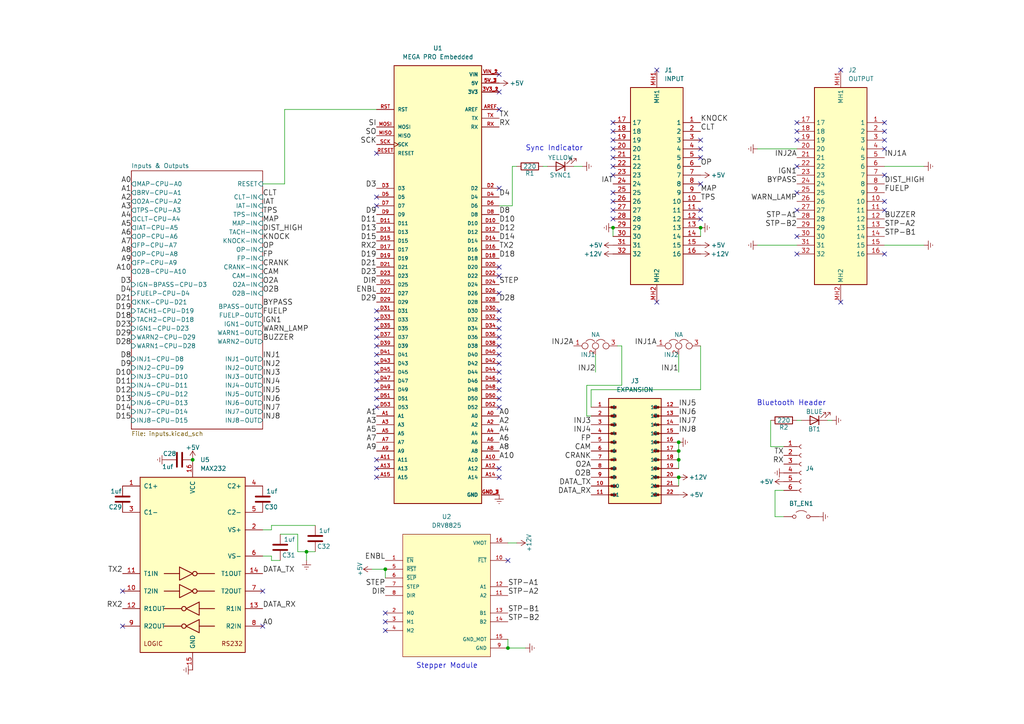
<source format=kicad_sch>
(kicad_sch (version 20231120) (generator "eeschema") (generator_version "8.0")
  (paper "A4")
  (title_block (title "diyMEFI") (date "2024-08-17") (rev "alpha") (company "@mattmon"))
  (lib_symbols
    (symbol "430452227:430452227" (pin_names (offset 1.016))
      (property "Reference" "J" (at -7.62 16.51 0))
      (property "Value" "430452227" (at -7.62 -17.78 0))
      (symbol "430452227_0_0"
        (pin passive line (at -12.7 12.7 0) (length 5.08) (name "1") (number "1"))
        (pin passive line (at -12.7 -10.16 0) (length 5.08) (name "10") (number "10"))
        (pin passive line (at -12.7 -12.7 0) (length 5.08) (name "11") (number "11"))
        (pin passive line (at 12.7 12.7 180) (length 5.08) (name "12") (number "12"))
        (pin passive line (at 12.7 10.16 180) (length 5.08) (name "13") (number "13"))
        (pin passive line (at 12.7 7.62 180) (length 5.08) (name "14") (number "14"))
        (pin passive line (at 12.7 5.08 180) (length 5.08) (name "15") (number "15"))
        (pin passive line (at 12.7 2.54 180) (length 5.08) (name "16") (number "16"))
        (pin passive line (at 12.7 0 180) (length 5.08) (name "17") (number "17"))
        (pin passive line (at 12.7 -2.54 180) (length 5.08) (name "18") (number "18"))
        (pin passive line (at 12.7 -5.08 180) (length 5.08) (name "19") (number "19"))
        (pin passive line (at -12.7 10.16 0) (length 5.08) (name "2") (number "2"))
        (pin passive line (at 12.7 -7.62 180) (length 5.08) (name "20") (number "20"))
        (pin passive line (at 12.7 -10.16 180) (length 5.08) (name "21") (number "21"))
        (pin passive line (at 12.7 -12.7 180) (length 5.08) (name "22") (number "22"))
        (pin passive line (at -12.7 7.62 0) (length 5.08) (name "3") (number "3"))
        (pin passive line (at -12.7 5.08 0) (length 5.08) (name "4") (number "4"))
        (pin passive line (at -12.7 2.54 0) (length 5.08) (name "5") (number "5"))
        (pin passive line (at -12.7 0 0) (length 5.08) (name "6") (number "6"))
        (pin passive line (at -12.7 -2.54 0) (length 5.08) (name "7") (number "7"))
        (pin passive line (at -12.7 -5.08 0) (length 5.08) (name "8") (number "8"))
        (pin passive line (at -12.7 -7.62 0) (length 5.08) (name "9") (number "9"))
      )
    )
    (symbol "Connector:Conn_01x06_Socket" (pin_names (offset 1.016) hide)
      (property "Reference" "J" (at 0 7.62 0))
      (property "Value" "Conn_01x06_Socket" (at 0 -10.16 0))
      (symbol "Conn_01x06_Socket_1_1"
        (pin passive line (at -5.08 5.08 0) (length 3.81) (name "Pin_1") (number "1"))
        (pin passive line (at -5.08 2.54 0) (length 3.81) (name "Pin_2") (number "2"))
        (pin passive line (at -5.08 0 0) (length 3.81) (name "Pin_3") (number "3"))
        (pin passive line (at -5.08 -2.54 0) (length 3.81) (name "Pin_4") (number "4"))
        (pin passive line (at -5.08 -5.08 0) (length 3.81) (name "Pin_5") (number "5"))
        (pin passive line (at -5.08 -7.62 0) (length 3.81) (name "Pin_6") (number "6"))
      )
    )
    (symbol "DRV8825_STEPPER_MOTOR_DRIVER_CARRIER:DRV8825_STEPPER_MOTOR_DRIVER_CARRIER" (pin_names (offset 1.016))
      (property "Reference" "U" (at -12.7 18.542 0))
      (property "Value" "DRV8825_STEPPER_MOTOR_DRIVER_CARRIER" (at -12.7 -20.32 0))
      (symbol "DRV8825_STEPPER_MOTOR_DRIVER_CARRIER_0_0"
        (pin input line (at -17.78 10.16 0) (length 5.08) (name "~{EN}") (number "1"))
        (pin output line (at 17.78 10.16 180) (length 5.08) (name "~{FLT}") (number "10"))
        (pin output line (at 17.78 0 180) (length 5.08) (name "A2") (number "11"))
        (pin output line (at 17.78 2.54 180) (length 5.08) (name "A1") (number "12"))
        (pin output line (at 17.78 -5.08 180) (length 5.08) (name "B1") (number "13"))
        (pin output line (at 17.78 -7.62 180) (length 5.08) (name "B2") (number "14"))
        (pin power_in line (at 17.78 -12.7 180) (length 5.08) (name "GND_MOT") (number "15"))
        (pin power_in line (at 17.78 15.24 180) (length 5.08) (name "VMOT") (number "16"))
        (pin input line (at -17.78 -5.08 0) (length 5.08) (name "M0") (number "2"))
        (pin input line (at -17.78 -7.62 0) (length 5.08) (name "M1") (number "3"))
        (pin input line (at -17.78 -10.16 0) (length 5.08) (name "M2") (number "4"))
        (pin input line (at -17.78 7.62 0) (length 5.08) (name "~{RST}") (number "5"))
        (pin input line (at -17.78 5.08 0) (length 5.08) (name "~{SLP}") (number "6"))
        (pin input line (at -17.78 2.54 0) (length 5.08) (name "STEP") (number "7"))
        (pin input line (at -17.78 0 0) (length 5.08) (name "DIR") (number "8"))
        (pin power_in line (at 17.78 -15.24 180) (length 5.08) (name "GND") (number "9"))
      )
    )
    (symbol "Device:C" (pin_numbers hide) (pin_names (offset 0.254))
      (property "Reference" "C" (at 0.635 2.54 0))
      (property "Value" "C" (at 0.635 -2.54 0))
      (symbol "C_1_1"
        (pin passive line (at 0 3.81 270) (length 2.794) (name "~") (number "1"))
        (pin passive line (at 0 -3.81 90) (length 2.794) (name "~") (number "2"))
      )
    )
    (symbol "Device:LED" (pin_numbers hide) (pin_names (offset 1.016) hide)
      (property "Reference" "D" (at 0 2.54 0))
      (property "Value" "LED" (at 0 -2.54 0))
      (symbol "LED_1_1"
        (pin passive line (at -3.81 0 0) (length 2.54) (name "K") (number "1"))
        (pin passive line (at 3.81 0 180) (length 2.54) (name "A") (number "2"))
      )
    )
    (symbol "Device:R" (pin_numbers hide) (pin_names (offset 0))
      (property "Reference" "R" (at 2.032 0 90))
      (property "Value" "R" (at 0 0 90))
      (symbol "R_1_1"
        (pin passive line (at 0 3.81 270) (length 1.27) (name "~") (number "1"))
        (pin passive line (at 0 -3.81 90) (length 1.27) (name "~") (number "2"))
      )
    )
    (symbol "Interface_UART:MAX232" (pin_names (offset 1.016))
      (property "Reference" "U" (at -2.54 28.575 0))
      (property "Value" "MAX232" (at -2.54 26.67 0))
      (symbol "MAX232_0_0"
        (text "LOGIC" (at -11.43 -22.86 0) (effects (font (size 1.27 1.27))))
        (text "RS232" (at 11.43 -22.86 0) (effects (font (size 1.27 1.27))))
      )
      (symbol "MAX232_1_1"
        (pin passive line (at -20.32 22.86 0) (length 5.08) (name "C1+") (number "1"))
        (pin input line (at -20.32 -7.62 0) (length 5.08) (name "T2IN") (number "10"))
        (pin input line (at -20.32 -2.54 0) (length 5.08) (name "T1IN") (number "11"))
        (pin output line (at -20.32 -12.7 0) (length 5.08) (name "R1OUT") (number "12"))
        (pin input line (at 20.32 -12.7 180) (length 5.08) (name "R1IN") (number "13"))
        (pin output line (at 20.32 -2.54 180) (length 5.08) (name "T1OUT") (number "14"))
        (pin power_in line (at 0 -30.48 90) (length 5.08) (name "GND") (number "15"))
        (pin power_in line (at 0 30.48 270) (length 5.08) (name "VCC") (number "16"))
        (pin power_out line (at 20.32 10.16 180) (length 5.08) (name "VS+") (number "2"))
        (pin passive line (at -20.32 15.24 0) (length 5.08) (name "C1-") (number "3"))
        (pin passive line (at 20.32 22.86 180) (length 5.08) (name "C2+") (number "4"))
        (pin passive line (at 20.32 15.24 180) (length 5.08) (name "C2-") (number "5"))
        (pin power_out line (at 20.32 2.54 180) (length 5.08) (name "VS-") (number "6"))
        (pin output line (at 20.32 -7.62 180) (length 5.08) (name "T2OUT") (number "7"))
        (pin input line (at 20.32 -17.78 180) (length 5.08) (name "R2IN") (number "8"))
        (pin output line (at -20.32 -17.78 0) (length 5.08) (name "R2OUT") (number "9"))
      )
    )
    (symbol "Jumper:Jumper_2_Open" (pin_numbers hide) (pin_names (offset 0) hide) (exclude_from_sim yes)
      (property "Reference" "JP" (at 0 2.794 0))
      (property "Value" "Jumper_2_Open" (at 0 -2.286 0))
      (symbol "Jumper_2_Open_1_1"
        (pin passive line (at -5.08 0 0) (length 2.54) (name "A") (number "1"))
        (pin passive line (at 5.08 0 180) (length 2.54) (name "B") (number "2"))
      )
    )
    (symbol "MEGA_PRO_EMBED_CH340G___ATMEGA2560:MEGA_PRO_EMBED_CH340G___ATMEGA2560" (pin_names (offset 1.016))
      (property "Reference" "U" (at -12.7 63.5 0))
      (property "Value" "MEGA_PRO_EMBED_CH340G___ATMEGA2560" (at -12.7 -66.04 0))
      (symbol "MEGA_PRO_EMBED_CH340G___ATMEGA2560_0_0"
        (pin power_in line (at 17.78 55.88 180) (length 5.08) (name "3V3") (number "3V3_1"))
        (pin power_in line (at 17.78 55.88 180) (length 5.08) (name "3V3") (number "3V3_2"))
        (pin power_in line (at 17.78 58.42 180) (length 5.08) (name "5V") (number "5V_1"))
        (pin power_in line (at 17.78 58.42 180) (length 5.08) (name "5V") (number "5V_2"))
        (pin power_in line (at 17.78 58.42 180) (length 5.08) (name "5V") (number "5V_3"))
        (pin bidirectional line (at 17.78 -38.1 180) (length 5.08) (name "A0") (number "A0"))
        (pin bidirectional line (at -17.78 -38.1 0) (length 5.08) (name "A1") (number "A1"))
        (pin bidirectional line (at 17.78 -50.8 180) (length 5.08) (name "A10") (number "A10"))
        (pin bidirectional line (at -17.78 -50.8 0) (length 5.08) (name "A11") (number "A11"))
        (pin bidirectional line (at 17.78 -53.34 180) (length 5.08) (name "A12") (number "A12"))
        (pin bidirectional line (at -17.78 -53.34 0) (length 5.08) (name "A13") (number "A13"))
        (pin bidirectional line (at 17.78 -55.88 180) (length 5.08) (name "A14") (number "A14"))
        (pin bidirectional line (at -17.78 -55.88 0) (length 5.08) (name "A15") (number "A15"))
        (pin bidirectional line (at 17.78 -40.64 180) (length 5.08) (name "A2") (number "A2"))
        (pin bidirectional line (at -17.78 -40.64 0) (length 5.08) (name "A3") (number "A3"))
        (pin bidirectional line (at 17.78 -43.18 180) (length 5.08) (name "A4") (number "A4"))
        (pin bidirectional line (at -17.78 -43.18 0) (length 5.08) (name "A5") (number "A5"))
        (pin bidirectional line (at 17.78 -45.72 180) (length 5.08) (name "A6") (number "A6"))
        (pin bidirectional line (at -17.78 -45.72 0) (length 5.08) (name "A7") (number "A7"))
        (pin bidirectional line (at 17.78 -48.26 180) (length 5.08) (name "A8") (number "A8"))
        (pin bidirectional line (at -17.78 -48.26 0) (length 5.08) (name "A9") (number "A9"))
        (pin bidirectional line (at 17.78 50.8 180) (length 5.08) (name "AREF") (number "AREF"))
        (pin bidirectional line (at 17.78 17.78 180) (length 5.08) (name "D10") (number "D10"))
        (pin bidirectional line (at -17.78 17.78 0) (length 5.08) (name "D11") (number "D11"))
        (pin bidirectional line (at 17.78 15.24 180) (length 5.08) (name "D12") (number "D12"))
        (pin bidirectional line (at -17.78 15.24 0) (length 5.08) (name "D13") (number "D13"))
        (pin bidirectional line (at 17.78 12.7 180) (length 5.08) (name "D14") (number "D14"))
        (pin bidirectional line (at -17.78 12.7 0) (length 5.08) (name "D15") (number "D15"))
        (pin bidirectional line (at 17.78 10.16 180) (length 5.08) (name "D16") (number "D16"))
        (pin bidirectional line (at -17.78 10.16 0) (length 5.08) (name "D17") (number "D17"))
        (pin bidirectional line (at 17.78 7.62 180) (length 5.08) (name "D18") (number "D18"))
        (pin bidirectional line (at -17.78 7.62 0) (length 5.08) (name "D19") (number "D19"))
        (pin bidirectional line (at 17.78 27.94 180) (length 5.08) (name "D2") (number "D2"))
        (pin bidirectional line (at 17.78 5.08 180) (length 5.08) (name "D20") (number "D20"))
        (pin bidirectional line (at -17.78 5.08 0) (length 5.08) (name "D21") (number "D21"))
        (pin bidirectional line (at 17.78 2.54 180) (length 5.08) (name "D22") (number "D22"))
        (pin bidirectional line (at -17.78 2.54 0) (length 5.08) (name "D23") (number "D23"))
        (pin bidirectional line (at 17.78 0 180) (length 5.08) (name "D24") (number "D24"))
        (pin bidirectional line (at -17.78 0 0) (length 5.08) (name "D25") (number "D25"))
        (pin bidirectional line (at 17.78 -2.54 180) (length 5.08) (name "D26") (number "D26"))
        (pin bidirectional line (at -17.78 -2.54 0) (length 5.08) (name "D27") (number "D27"))
        (pin bidirectional line (at 17.78 -5.08 180) (length 5.08) (name "D28") (number "D28"))
        (pin bidirectional line (at -17.78 -5.08 0) (length 5.08) (name "D29") (number "D29"))
        (pin bidirectional line (at -17.78 27.94 0) (length 5.08) (name "D3") (number "D3"))
        (pin bidirectional line (at 17.78 -7.62 180) (length 5.08) (name "D30") (number "D30"))
        (pin bidirectional line (at -17.78 -7.62 0) (length 5.08) (name "D31") (number "D31"))
        (pin bidirectional line (at 17.78 -10.16 180) (length 5.08) (name "D32") (number "D32"))
        (pin bidirectional line (at -17.78 -10.16 0) (length 5.08) (name "D33") (number "D33"))
        (pin bidirectional line (at 17.78 -12.7 180) (length 5.08) (name "D34") (number "D34"))
        (pin bidirectional line (at -17.78 -12.7 0) (length 5.08) (name "D35") (number "D35"))
        (pin bidirectional line (at 17.78 -15.24 180) (length 5.08) (name "D36") (number "D36"))
        (pin bidirectional line (at -17.78 -15.24 0) (length 5.08) (name "D37") (number "D37"))
        (pin bidirectional line (at 17.78 -17.78 180) (length 5.08) (name "D38") (number "D38"))
        (pin bidirectional line (at -17.78 -17.78 0) (length 5.08) (name "D39") (number "D39"))
        (pin bidirectional line (at 17.78 25.4 180) (length 5.08) (name "D4") (number "D4"))
        (pin bidirectional line (at 17.78 -20.32 180) (length 5.08) (name "D40") (number "D40"))
        (pin bidirectional line (at -17.78 -20.32 0) (length 5.08) (name "D41") (number "D41"))
        (pin bidirectional line (at 17.78 -22.86 180) (length 5.08) (name "D42") (number "D42"))
        (pin bidirectional line (at -17.78 -22.86 0) (length 5.08) (name "D43") (number "D43"))
        (pin bidirectional line (at 17.78 -25.4 180) (length 5.08) (name "D44") (number "D44"))
        (pin bidirectional line (at -17.78 -25.4 0) (length 5.08) (name "D45") (number "D45"))
        (pin bidirectional line (at 17.78 -27.94 180) (length 5.08) (name "D46") (number "D46"))
        (pin bidirectional line (at -17.78 -27.94 0) (length 5.08) (name "D47") (number "D47"))
        (pin bidirectional line (at 17.78 -30.48 180) (length 5.08) (name "D48") (number "D48"))
        (pin bidirectional line (at -17.78 -30.48 0) (length 5.08) (name "D49") (number "D49"))
        (pin bidirectional line (at -17.78 25.4 0) (length 5.08) (name "D5") (number "D5"))
        (pin bidirectional line (at 17.78 -33.02 180) (length 5.08) (name "D50") (number "D50"))
        (pin bidirectional line (at -17.78 -33.02 0) (length 5.08) (name "D51") (number "D51"))
        (pin bidirectional line (at 17.78 -35.56 180) (length 5.08) (name "D52") (number "D52"))
        (pin bidirectional line (at -17.78 -35.56 0) (length 5.08) (name "D53") (number "D53"))
        (pin bidirectional line (at 17.78 22.86 180) (length 5.08) (name "D6") (number "D6"))
        (pin bidirectional line (at -17.78 22.86 0) (length 5.08) (name "D7") (number "D7"))
        (pin bidirectional line (at 17.78 20.32 180) (length 5.08) (name "D8") (number "D8"))
        (pin bidirectional line (at -17.78 20.32 0) (length 5.08) (name "D9") (number "D9"))
        (pin power_in line (at 17.78 -60.96 180) (length 5.08) (name "GND") (number "GND_1"))
        (pin power_in line (at 17.78 -60.96 180) (length 5.08) (name "GND") (number "GND_2"))
        (pin power_in line (at 17.78 -60.96 180) (length 5.08) (name "GND") (number "GND_3"))
        (pin bidirectional line (at -17.78 43.18 0) (length 5.08) (name "MISO") (number "MISO"))
        (pin bidirectional line (at -17.78 45.72 0) (length 5.08) (name "MOSI") (number "MOSI"))
        (pin input line (at -17.78 38.1 0) (length 5.08) (name "RESET") (number "RESET"))
        (pin input line (at -17.78 50.8 0) (length 5.08) (name "RST") (number "RST"))
        (pin input line (at 17.78 45.72 180) (length 5.08) (name "RX") (number "RX"))
        (pin bidirectional clock (at -17.78 40.64 0) (length 5.08) (name "SCK") (number "SCK"))
        (pin output line (at 17.78 48.26 180) (length 5.08) (name "TX") (number "TX"))
        (pin power_in line (at 17.78 60.96 180) (length 5.08) (name "VIN") (number "VIN_1"))
        (pin power_in line (at 17.78 60.96 180) (length 5.08) (name "VIN") (number "VIN_2"))
      )
    )
    (symbol "NO2C-rescue:+12V-power" (power) (pin_names (offset 0))
      (property "Value" "power_+12V" (at 0 3.556 0))
      (symbol "+12V-power_1_1"
        (pin power_in line (at 0 0 90) (length 0) hide (name "+12V") (number "1"))
      )
    )
    (symbol "NO2C-rescue:+5V-power" (power) (pin_names (offset 0))
      (property "Value" "power_+5V" (at 0 3.556 0))
      (symbol "+5V-power_1_1"
        (pin power_in line (at 0 0 90) (length 0) hide (name "+5V") (number "1"))
      )
    )
    (symbol "NO2C-rescue:Earth-power" (power) (pin_names (offset 0))
      (symbol "Earth-power_1_1"
        (pin power_in line (at 0 0 270) (length 0) hide (name "Earth") (number "1"))
      )
    )
    (symbol "NO2C-rescue:Jumper_NC_Dual-Device" (pin_names (offset 0.762) hide)
      (property "Reference" "JP" (at 1.27 -2.54 0))
      (property "Value" "Device_Jumper_NC_Dual" (at 0 2.54 0))
      (symbol "Jumper_NC_Dual-Device_0_1"
        (pin passive line (at -6.35 0 0) (length 2.413) (name "1") (number "1"))
        (pin passive line (at 0 -2.54 90) (length 1.524) (name "2") (number "2"))
        (pin passive line (at 6.35 0 180) (length 2.413) (name "3") (number "3"))
      )
    )
    (symbol "malibu-ecm-parts:12092320"
      (property "Reference" "J" (at 15.24 12.954 0))
      (property "Value" "12129008" (at -5.842 9.906 0))
      (symbol "12092320_1_1"
        (pin passive line (at 25.4 0 180) (length 5.08) (name "1") (number "1"))
        (pin passive line (at 25.4 -22.86 180) (length 5.08) (name "10") (number "10"))
        (pin passive line (at 25.4 -25.4 180) (length 5.08) (name "11") (number "11"))
        (pin passive line (at 25.4 -27.94 180) (length 5.08) (name "12") (number "12"))
        (pin passive line (at 25.4 -30.48 180) (length 5.08) (name "13") (number "13"))
        (pin passive line (at 25.4 -33.02 180) (length 5.08) (name "14") (number "14"))
        (pin passive line (at 25.4 -35.56 180) (length 5.08) (name "15") (number "15"))
        (pin passive line (at 25.4 -38.1 180) (length 5.08) (name "16") (number "16"))
        (pin passive line (at 0 0 0) (length 5.08) (name "17") (number "17"))
        (pin passive line (at 0 -2.54 0) (length 5.08) (name "18") (number "18"))
        (pin passive line (at 0 -5.08 0) (length 5.08) (name "19") (number "19"))
        (pin passive line (at 25.4 -2.54 180) (length 5.08) (name "2") (number "2"))
        (pin passive line (at 0 -7.62 0) (length 5.08) (name "20") (number "20"))
        (pin passive line (at 0 -10.16 0) (length 5.08) (name "21") (number "21"))
        (pin passive line (at 0 -12.7 0) (length 5.08) (name "22") (number "22"))
        (pin passive line (at 0 -15.24 0) (length 5.08) (name "23") (number "23"))
        (pin passive line (at 0 -17.78 0) (length 5.08) (name "24") (number "24"))
        (pin passive line (at 0 -20.32 0) (length 5.08) (name "25") (number "25"))
        (pin passive line (at 0 -22.86 0) (length 5.08) (name "26") (number "26"))
        (pin passive line (at 0 -25.4 0) (length 5.08) (name "27") (number "27"))
        (pin passive line (at 0 -27.94 0) (length 5.08) (name "28") (number "28"))
        (pin passive line (at 0 -30.48 0) (length 5.08) (name "29") (number "29"))
        (pin passive line (at 25.4 -5.08 180) (length 5.08) (name "3") (number "3"))
        (pin passive line (at 0 -33.02 0) (length 5.08) (name "30") (number "30"))
        (pin passive line (at 0 -35.56 0) (length 5.08) (name "31") (number "31"))
        (pin passive line (at 0 -38.1 0) (length 5.08) (name "32") (number "32"))
        (pin passive line (at 25.4 -7.62 180) (length 5.08) (name "4") (number "4"))
        (pin passive line (at 25.4 -10.16 180) (length 5.08) (name "5") (number "5"))
        (pin passive line (at 25.4 -12.7 180) (length 5.08) (name "6") (number "6"))
        (pin passive line (at 25.4 -15.24 180) (length 5.08) (name "7") (number "7"))
        (pin passive line (at 25.4 -17.78 180) (length 5.08) (name "8") (number "8"))
        (pin passive line (at 25.4 -20.32 180) (length 5.08) (name "9") (number "9"))
        (pin passive line (at 12.7 15.24 270) (length 5.08) (name "MH1") (number "MH1"))
        (pin passive line (at 12.7 -52.07 90) (length 5.08) (name "MH2") (number "MH2"))
      )
    )
  )
  (junction (at 196.85 138.43))
  (junction (at 196.85 130.81))
  (junction (at 55.88 133.35))
  (junction (at 196.85 133.35))
  (junction (at 147.32 187.96))
  (junction (at 196.85 128.27))
  (junction (at 88.9 160.02))
  (junction (at 177.8 66.04))
  (junction (at 203.2 66.04))
  (junction (at 111.76 165.1))
  (no_connect (at 243.84 87.63))
  (no_connect (at 144.78 110.49))
  (no_connect (at 109.22 133.35))
  (no_connect (at 144.78 102.87))
  (no_connect (at 231.14 73.66))
  (no_connect (at 111.76 182.88))
  (no_connect (at 177.8 58.42))
  (no_connect (at 109.22 100.33))
  (no_connect (at 203.2 43.18))
  (no_connect (at 111.76 180.34))
  (no_connect (at 203.2 40.64))
  (no_connect (at 256.54 35.56))
  (no_connect (at 256.54 38.1))
  (no_connect (at 177.8 48.26))
  (no_connect (at 177.8 38.1))
  (no_connect (at 109.22 110.49))
  (no_connect (at 144.78 100.33))
  (no_connect (at 144.78 77.47))
  (no_connect (at 109.22 105.41))
  (no_connect (at 76.2 181.61))
  (no_connect (at 177.8 63.5))
  (no_connect (at 109.22 118.11))
  (no_connect (at 203.2 60.96))
  (no_connect (at 35.56 171.45))
  (no_connect (at 109.22 135.89))
  (no_connect (at 144.78 138.43))
  (no_connect (at 177.8 43.18))
  (no_connect (at 256.54 40.64))
  (no_connect (at 144.78 113.03))
  (no_connect (at 109.22 113.03))
  (no_connect (at 109.22 107.95))
  (no_connect (at 109.22 95.25))
  (no_connect (at 177.8 55.88))
  (no_connect (at 144.78 26.67))
  (no_connect (at 190.5 20.32))
  (no_connect (at 203.2 63.5))
  (no_connect (at 144.78 21.59))
  (no_connect (at 243.84 20.32))
  (no_connect (at 144.78 135.89))
  (no_connect (at 144.78 80.01))
  (no_connect (at 144.78 97.79))
  (no_connect (at 109.22 102.87))
  (no_connect (at 256.54 73.66))
  (no_connect (at 256.54 43.18))
  (no_connect (at 144.78 90.17))
  (no_connect (at 144.78 31.75))
  (no_connect (at 231.14 68.58))
  (no_connect (at 144.78 107.95))
  (no_connect (at 109.22 59.69))
  (no_connect (at 109.22 115.57))
  (no_connect (at 144.78 54.61))
  (no_connect (at 177.8 35.56))
  (no_connect (at 256.54 50.8))
  (no_connect (at 177.8 50.8))
  (no_connect (at 203.2 45.72))
  (no_connect (at 256.54 58.42))
  (no_connect (at 231.14 40.64))
  (no_connect (at 109.22 90.17))
  (no_connect (at 76.2 171.45))
  (no_connect (at 231.14 60.96))
  (no_connect (at 111.76 177.8))
  (no_connect (at 144.78 105.41))
  (no_connect (at 109.22 97.79))
  (no_connect (at 144.78 95.25))
  (no_connect (at 190.5 87.63))
  (no_connect (at 177.8 60.96))
  (no_connect (at 144.78 92.71))
  (no_connect (at 147.32 162.56))
  (no_connect (at 177.8 45.72))
  (no_connect (at 144.78 85.09))
  (no_connect (at 231.14 35.56))
  (no_connect (at 256.54 60.96))
  (no_connect (at 109.22 92.71))
  (no_connect (at 109.22 138.43))
  (no_connect (at 231.14 55.88))
  (no_connect (at 231.14 48.26))
  (no_connect (at 203.2 53.34))
  (no_connect (at 144.78 115.57))
  (no_connect (at 231.14 38.1))
  (no_connect (at 144.78 118.11))
  (no_connect (at 177.8 40.64))
  (no_connect (at 35.56 181.61))
  (no_connect (at 109.22 44.45))
  (no_connect (at 109.22 57.15))
  (wire (pts (xy 180.34 100.33) (xy 179.07 100.33)))
  (wire (pts (xy 82.55 31.75) (xy 82.55 53.34)))
  (wire (pts (xy 224.79 142.24) (xy 224.79 149.86)))
  (wire (pts (xy 170.18 120.65) (xy 170.18 111.76)))
  (wire (pts (xy 148.59 48.26) (xy 148.59 59.69)))
  (wire (pts (xy 267.97 71.12) (xy 256.54 71.12)))
  (wire (pts (xy 147.32 157.48) (xy 149.86 157.48)))
  (wire (pts (xy 196.85 138.43) (xy 196.85 140.97)))
  (wire (pts (xy 227.33 142.24) (xy 224.79 142.24)))
  (wire (pts (xy 240.03 121.92) (xy 241.3 121.92)))
  (wire (pts (xy 203.2 100.33) (xy 203.2 113.03)))
  (wire (pts (xy 177.8 66.04) (xy 177.8 68.58)))
  (wire (pts (xy 224.79 149.86) (xy 227.33 149.86)))
  (wire (pts (xy 196.85 102.87) (xy 196.85 107.95)))
  (wire (pts (xy 88.9 160.02) (xy 88.9 162.56)))
  (wire (pts (xy 223.52 121.92) (xy 223.52 129.54)))
  (wire (pts (xy 203.2 66.04) (xy 203.2 68.58)))
  (wire (pts (xy 86.36 160.02) (xy 88.9 160.02)))
  (wire (pts (xy 170.18 111.76) (xy 180.34 111.76)))
  (wire (pts (xy 157.48 48.26) (xy 158.75 48.26)))
  (wire (pts (xy 219.71 71.12) (xy 231.14 71.12)))
  (wire (pts (xy 171.45 118.11) (xy 171.45 113.03)))
  (wire (pts (xy 180.34 111.76) (xy 180.34 100.33)))
  (wire (pts (xy 144.78 59.69) (xy 148.59 59.69)))
  (wire (pts (xy 171.45 113.03) (xy 203.2 113.03)))
  (wire (pts (xy 82.55 31.75) (xy 109.22 31.75)))
  (wire (pts (xy 196.85 128.27) (xy 196.85 130.81)))
  (wire (pts (xy 107.95 165.1) (xy 111.76 165.1)))
  (wire (pts (xy 219.71 43.18) (xy 231.14 43.18)))
  (wire (pts (xy 148.59 48.26) (xy 149.86 48.26)))
  (wire (pts (xy 81.28 154.94) (xy 86.36 154.94)))
  (wire (pts (xy 172.72 102.87) (xy 172.72 107.95)))
  (wire (pts (xy 196.85 130.81) (xy 196.85 133.35)))
  (wire (pts (xy 78.74 162.56) (xy 81.28 162.56)))
  (wire (pts (xy 88.9 160.02) (xy 91.44 160.02)))
  (wire (pts (xy 166.37 48.26) (xy 168.91 48.26)))
  (wire (pts (xy 171.45 120.65) (xy 170.18 120.65)))
  (wire (pts (xy 78.74 153.67) (xy 78.74 152.4)))
  (wire (pts (xy 267.97 48.26) (xy 256.54 48.26)))
  (wire (pts (xy 78.74 161.29) (xy 78.74 162.56)))
  (wire (pts (xy 147.32 185.42) (xy 147.32 187.96)))
  (wire (pts (xy 82.55 53.34) (xy 76.2 53.34)))
  (wire (pts (xy 76.2 153.67) (xy 78.74 153.67)))
  (wire (pts (xy 196.85 133.35) (xy 196.85 135.89)))
  (wire (pts (xy 231.14 121.92) (xy 232.41 121.92)))
  (wire (pts (xy 86.36 154.94) (xy 86.36 160.02)))
  (wire (pts (xy 111.76 165.1) (xy 111.76 167.64)))
  (wire (pts (xy 147.32 187.96) (xy 152.4 187.96)))
  (wire (pts (xy 78.74 152.4) (xy 91.44 152.4)))
  (wire (pts (xy 223.52 129.54) (xy 227.33 129.54)))
  (wire (pts (xy 76.2 161.29) (xy 78.74 161.29)))
  (text "Stepper Module" (at 120.65 194.056 0) (effects (font (size 1.524 1.524)) (justify left bottom)))
  (text "Bluetooth Header" (at 219.456 117.856 0) (effects (font (size 1.524 1.524)) (justify left bottom)))
  (text "Sync Indicator" (at 152.4 43.942 0) (effects (font (size 1.524 1.524)) (justify left bottom)))
  (label "STP-A1" (at 147.32 170.18 0) (effects (font (size 1.524 1.524))))
  (label "FUELP" (at 256.54 55.88 0) (effects (font (size 1.524 1.524))))
  (label "D28" (at 38.1 100.33 180) (effects (font (size 1.524 1.524))))
  (label "A4" (at 38.1 63.5 180) (effects (font (size 1.524 1.524))))
  (label "D21" (at 38.1 87.63 180) (effects (font (size 1.524 1.524))))
  (label "O2B" (at 76.2 85.09 0) (effects (font (size 1.524 1.524))))
  (label "O2A" (at 171.45 135.89 180) (effects (font (size 1.524 1.524))))
  (label "IGN1" (at 76.2 93.98 0) (effects (font (size 1.524 1.524))))
  (label "INJ1" (at 196.85 107.95 180) (effects (font (size 1.524 1.524))))
  (label "DATA_RX" (at 171.45 143.51 180) (effects (font (size 1.524 1.524))))
  (label "DIST_HIGH" (at 76.2 67.31 0) (effects (font (size 1.524 1.524))))
  (label "D12" (at 38.1 114.3 180) (effects (font (size 1.524 1.524))))
  (label "D9" (at 38.1 106.68 180) (effects (font (size 1.524 1.524))))
  (label "INJ7" (at 76.2 119.38 0) (effects (font (size 1.524 1.524))))
  (label "BYPASS" (at 76.2 88.9 0) (effects (font (size 1.524 1.524))))
  (label "A6" (at 144.78 128.27 0) (effects (font (size 1.524 1.524))))
  (label "A6" (at 38.1 68.58 180) (effects (font (size 1.524 1.524))))
  (label "D10" (at 38.1 109.22 180) (effects (font (size 1.524 1.524))))
  (label "D23" (at 38.1 95.25 180) (effects (font (size 1.524 1.524))))
  (label "TX" (at 227.33 132.08 180) (effects (font (size 1.524 1.524))))
  (label "D4" (at 38.1 85.09 180) (effects (font (size 1.524 1.524))))
  (label "DATA_RX" (at 76.2 176.53 0) (effects (font (size 1.524 1.524))))
  (label "A9" (at 38.1 76.2 180) (effects (font (size 1.524 1.524))))
  (label "TPS" (at 76.2 62.23 0) (effects (font (size 1.524 1.524))))
  (label "A1" (at 109.22 120.65 180) (effects (font (size 1.524 1.524))))
  (label "IAT" (at 76.2 59.69 0) (effects (font (size 1.524 1.524))))
  (label "D8" (at 38.1 104.14 180) (effects (font (size 1.524 1.524))))
  (label "RX2" (at 35.56 176.53 180) (effects (font (size 1.524 1.524))))
  (label "D29" (at 38.1 97.79 180) (effects (font (size 1.524 1.524))))
  (label "INJ7" (at 196.85 123.19 0) (effects (font (size 1.524 1.524))))
  (label "TX" (at 144.78 34.29 0) (effects (font (size 1.524 1.524))))
  (label "A5" (at 38.1 66.04 180) (effects (font (size 1.524 1.524))))
  (label "A8" (at 144.78 130.81 0) (effects (font (size 1.524 1.524))))
  (label "D4" (at 144.78 57.15 0) (effects (font (size 1.524 1.524))))
  (label "FP" (at 76.2 74.93 0) (effects (font (size 1.524 1.524))))
  (label "FP" (at 171.45 128.27 180) (effects (font (size 1.524 1.524))))
  (label "INJ2A" (at 231.14 45.72 180) (effects (font (size 1.524 1.524))))
  (label "D18" (at 144.78 74.93 0) (effects (font (size 1.524 1.524))))
  (label "STP-B1" (at 147.32 177.8 0) (effects (font (size 1.524 1.524))))
  (label "STP-A1" (at 231.14 63.5 180) (effects (font (size 1.524 1.524))))
  (label "IGN1" (at 231.14 50.8 180) (effects (font (size 1.524 1.524))))
  (label "DIR" (at 111.76 172.72 180) (effects (font (size 1.524 1.524))))
  (label "BUZZER" (at 76.2 99.06 0) (effects (font (size 1.524 1.524))))
  (label "D12" (at 144.78 67.31 0) (effects (font (size 1.524 1.524))))
  (label "STP-A2" (at 256.54 66.04 0) (effects (font (size 1.524 1.524))))
  (label "ENBL" (at 109.22 85.09 180) (effects (font (size 1.524 1.524))))
  (label "KNOCK" (at 76.2 69.85 0) (effects (font (size 1.524 1.524))))
  (label "D3" (at 38.1 82.55 180) (effects (font (size 1.524 1.524))))
  (label "SO" (at 109.22 39.37 180) (effects (font (size 1.524 1.524))))
  (label "ENBL" (at 111.76 162.56 180) (effects (font (size 1.524 1.524))))
  (label "IAT" (at 177.8 53.34 180) (effects (font (size 1.524 1.524))))
  (label "A7" (at 109.22 128.27 180) (effects (font (size 1.524 1.524))))
  (label "A1" (at 38.1 55.88 180) (effects (font (size 1.524 1.524))))
  (label "RX" (at 227.33 134.62 180) (effects (font (size 1.524 1.524))))
  (label "TX2" (at 144.78 72.39 0) (effects (font (size 1.524 1.524))))
  (label "A4" (at 144.78 125.73 0) (effects (font (size 1.524 1.524))))
  (label "INJ1A" (at 256.54 45.72 0) (effects (font (size 1.524 1.524))))
  (label "BUZZER" (at 256.54 63.5 0) (effects (font (size 1.524 1.524))))
  (label "STP-B2" (at 147.32 180.34 0) (effects (font (size 1.524 1.524))))
  (label "CLT" (at 76.2 57.15 0) (effects (font (size 1.524 1.524))))
  (label "O2A" (at 76.2 82.55 0) (effects (font (size 1.524 1.524))))
  (label "D14" (at 38.1 119.38 180) (effects (font (size 1.524 1.524))))
  (label "FUELP" (at 76.2 91.44 0) (effects (font (size 1.524 1.524))))
  (label "INJ5" (at 196.85 118.11 0) (effects (font (size 1.524 1.524))))
  (label "DIR" (at 109.22 82.55 180) (effects (font (size 1.524 1.524))))
  (label "A7" (at 38.1 71.12 180) (effects (font (size 1.524 1.524))))
  (label "CRANK" (at 76.2 77.47 0) (effects (font (size 1.524 1.524))))
  (label "D10" (at 144.78 64.77 0) (effects (font (size 1.524 1.524))))
  (label "A9" (at 109.22 130.81 180) (effects (font (size 1.524 1.524))))
  (label "STEP" (at 111.76 170.18 180) (effects (font (size 1.524 1.524))))
  (label "RX" (at 144.78 36.83 0) (effects (font (size 1.524 1.524))))
  (label "INJ1" (at 76.2 104.14 0) (effects (font (size 1.524 1.524))))
  (label "BYPASS" (at 231.14 53.34 180) (effects (font (size 1.524 1.524))))
  (label "WARN_LAMP" (at 231.14 58.42 180) (effects (font (size 1.524 1.524))))
  (label "D19" (at 109.22 74.93 180) (effects (font (size 1.524 1.524))))
  (label "SCK" (at 109.22 41.91 180) (effects (font (size 1.524 1.524))))
  (label "A10" (at 38.1 78.74 180) (effects (font (size 1.524 1.524))))
  (label "D8" (at 144.78 62.23 0) (effects (font (size 1.524 1.524))))
  (label "CAM" (at 171.45 130.81 180) (effects (font (size 1.524 1.524))))
  (label "A10" (at 144.78 133.35 0) (effects (font (size 1.524 1.524))))
  (label "D18" (at 38.1 92.71 180) (effects (font (size 1.524 1.524))))
  (label "A5" (at 109.22 125.73 180) (effects (font (size 1.524 1.524))))
  (label "A3" (at 38.1 60.96 180) (effects (font (size 1.524 1.524))))
  (label "INJ2" (at 172.72 107.95 180) (effects (font (size 1.524 1.524))))
  (label "D15" (at 109.22 69.85 180) (effects (font (size 1.524 1.524))))
  (label "WARN_LAMP" (at 76.2 96.52 0) (effects (font (size 1.524 1.524))))
  (label "D23" (at 109.22 80.01 180) (effects (font (size 1.524 1.524))))
  (label "CAM" (at 76.2 80.01 0) (effects (font (size 1.524 1.524))))
  (label "D28" (at 144.78 87.63 0) (effects (font (size 1.524 1.524))))
  (label "INJ1A" (at 190.5 100.33 180) (effects (font (size 1.524 1.524))))
  (label "A2" (at 144.78 123.19 0) (effects (font (size 1.524 1.524))))
  (label "INJ2" (at 76.2 106.68 0) (effects (font (size 1.524 1.524))))
  (label "DATA_TX" (at 76.2 166.37 0) (effects (font (size 1.524 1.524))))
  (label "TPS" (at 203.2 58.42 0) (effects (font (size 1.524 1.524))))
  (label "A3" (at 109.22 123.19 180) (effects (font (size 1.524 1.524))))
  (label "INJ3" (at 171.45 123.19 180) (effects (font (size 1.524 1.524))))
  (label "A0" (at 76.2 181.61 0) (effects (font (size 1.524 1.524))))
  (label "D11" (at 109.22 64.77 180) (effects (font (size 1.524 1.524))))
  (label "INJ8" (at 196.85 125.73 0) (effects (font (size 1.524 1.524))))
  (label "O2B" (at 171.45 138.43 180) (effects (font (size 1.524 1.524))))
  (label "A0" (at 38.1 53.34 180) (effects (font (size 1.524 1.524))))
  (label "INJ3" (at 76.2 109.22 0) (effects (font (size 1.524 1.524))))
  (label "OP" (at 203.2 48.26 0) (effects (font (size 1.524 1.524))))
  (label "D14" (at 144.78 69.85 0) (effects (font (size 1.524 1.524))))
  (label "INJ4" (at 171.45 125.73 180) (effects (font (size 1.524 1.524))))
  (label "CRANK" (at 171.45 133.35 180) (effects (font (size 1.524 1.524))))
  (label "INJ6" (at 76.2 116.84 0) (effects (font (size 1.524 1.524))))
  (label "D15" (at 38.1 121.92 180) (effects (font (size 1.524 1.524))))
  (label "D29" (at 109.22 87.63 180) (effects (font (size 1.524 1.524))))
  (label "STEP" (at 144.78 82.55 0) (effects (font (size 1.524 1.524))))
  (label "INJ2A" (at 166.37 100.33 180) (effects (font (size 1.524 1.524))))
  (label "D21" (at 109.22 77.47 180) (effects (font (size 1.524 1.524))))
  (label "D9" (at 109.22 62.23 180) (effects (font (size 1.524 1.524))))
  (label "DIST_HIGH" (at 256.54 53.34 0) (effects (font (size 1.524 1.524))))
  (label "DATA_TX" (at 171.45 140.97 180) (effects (font (size 1.524 1.524))))
  (label "D13" (at 109.22 67.31 180) (effects (font (size 1.524 1.524))))
  (label "INJ6" (at 196.85 120.65 0) (effects (font (size 1.524 1.524))))
  (label "SI" (at 109.22 36.83 180) (effects (font (size 1.524 1.524))))
  (label "MAP" (at 76.2 64.77 0) (effects (font (size 1.524 1.524))))
  (label "OP" (at 76.2 72.39 0) (effects (font (size 1.524 1.524))))
  (label "A8" (at 38.1 73.66 180) (effects (font (size 1.524 1.524))))
  (label "STP-A2" (at 147.32 172.72 0) (effects (font (size 1.524 1.524))))
  (label "A0" (at 144.78 120.65 0) (effects (font (size 1.524 1.524))))
  (label "INJ5" (at 76.2 114.3 0) (effects (font (size 1.524 1.524))))
  (label "KNOCK" (at 203.2 35.56 0) (effects (font (size 1.524 1.524))))
  (label "D13" (at 38.1 116.84 180) (effects (font (size 1.524 1.524))))
  (label "D11" (at 38.1 111.76 180) (effects (font (size 1.524 1.524))))
  (label "STP-B2" (at 231.14 66.04 180) (effects (font (size 1.524 1.524))))
  (label "A2" (at 38.1 58.42 180) (effects (font (size 1.524 1.524))))
  (label "STP-B1" (at 256.54 68.58 0) (effects (font (size 1.524 1.524))))
  (label "CLT" (at 203.2 38.1 0) (effects (font (size 1.524 1.524))))
  (label "D3" (at 109.22 54.61 180) (effects (font (size 1.524 1.524))))
  (label "D19" (at 38.1 90.17 180) (effects (font (size 1.524 1.524))))
  (label "INJ8" (at 76.2 121.92 0) (effects (font (size 1.524 1.524))))
  (label "INJ4" (at 76.2 111.76 0) (effects (font (size 1.524 1.524))))
  (label "TX2" (at 35.56 166.37 180) (effects (font (size 1.524 1.524))))
  (label "MAP" (at 203.2 55.88 0) (effects (font (size 1.524 1.524))))
  (label "RX2" (at 109.22 72.39 180) (effects (font (size 1.524 1.524))))
  (symbol (lib_id "NO2C-rescue:+12V-power") (at 196.85 138.43 270) (unit 1)
    (property "Reference" "#PWR017" (effects (hide yes)))
    (property "Value" "+12V" (at 202.438 138.43 90))
  )
  (symbol (lib_id "NO2C-rescue:Earth-power") (at 168.91 48.26 90) (mirror x) (unit 1)
    (property "Reference" "#PWR01" (effects (hide yes)))
    (property "Value" "Earth" (effects (hide yes)))
  )
  (symbol (lib_id "Jumper:Jumper_2_Open") (at 232.41 149.86 0) (unit 1) (exclude_from_sim yes)
    (property "Reference" "BT_EN1" (at 232.41 146.05 0))
    (property "Value" "Jumper_2_Open" (effects (hide yes)))
    (property "Footprint" "Connector_PinHeader_2.54mm:PinHeader_1x02_P2.54mm_Vertical" (effects (hide yes)))
    (property "Description" "Jumper, 2-pole, open" (effects (hide yes)))
  )
  (symbol (lib_id "Device:R") (at 153.67 48.26 90) (mirror x) (unit 1)
    (property "Reference" "R1" (at 153.67 50.292 90))
    (property "Value" "220" (at 153.67 48.26 90))
    (property "Footprint" "Resistor_THT:R_Axial_DIN0207_L6.3mm_D2.5mm_P7.62mm_Horizontal" (effects (hide yes)))
  )
  (symbol (lib_id "NO2C-rescue:+5V-power") (at 144.78 24.13 270) (mirror x) (unit 1)
    (property "Reference" "#PWR02" (effects (hide yes)))
    (property "Value" "+5V" (at 149.86 24.13 90))
  )
  (symbol (lib_id "NO2C-rescue:+12V-power") (at 177.8 73.66 90) (unit 1)
    (property "Reference" "#PWR012" (effects (hide yes)))
    (property "Value" "+12V" (at 171.958 73.66 90))
  )
  (symbol (lib_id "Device:R") (at 227.33 121.92 90) (mirror x) (unit 1)
    (property "Reference" "R2" (at 227.33 123.952 90))
    (property "Value" "220" (at 227.33 121.92 90))
    (property "Footprint" "Resistor_THT:R_Axial_DIN0207_L6.3mm_D2.5mm_P7.62mm_Horizontal" (effects (hide yes)))
  )
  (symbol (lib_id "MEGA_PRO_EMBED_CH340G___ATMEGA2560:MEGA_PRO_EMBED_CH340G___ATMEGA2560") (at 127 82.55 0) (unit 1)
    (property "Reference" "U1" (at 127 13.97 0))
    (property "Value" "MEGA PRO Embedded" (at 127 16.51 0))
    (property "Footprint" "malibu-ecm-parts:MODULE_MEGA_PRO_EMBED_CH340G___ATMEGA2560" (effects (hide yes)))
    (property "MF" "Robotdyn" (effects (hide yes)))
    (property "Description_1" "\n" (effects (hide yes)))
    (property "Package" "None" (effects (hide yes)))
    (property "Price" "None" (effects (hide yes)))
    (property "Check_prices" "https://www.snapeda.com/parts/Mega%20Pro%20Embed%20CH340G%20/%20ATmega2560/Robotdyn/view-part/?ref=eda" (effects (hide yes)))
    (property "STANDARD" "Manufacturer Recommendations" (effects (hide yes)))
    (property "PARTREV" "12/May/2017" (effects (hide yes)))
    (property "SnapEDA_Link" "https://www.snapeda.com/parts/Mega%20Pro%20Embed%20CH340G%20/%20ATmega2560/Robotdyn/view-part/?ref=snap" (effects (hide yes)))
    (property "MP" "Mega Pro Embed CH340G / ATmega2560" (effects (hide yes)))
    (property "Availability" "Not in stock" (effects (hide yes)))
    (property "MANUFACTURER" "Robotdyn" (effects (hide yes)))
  )
  (symbol (lib_id "430452227:430452227") (at 184.15 130.81 0) (unit 1)
    (property "Reference" "J3" (at 184.15 110.49 0))
    (property "Value" "EXPANSION" (at 184.15 113.03 0))
    (property "Footprint" "microfit22p:MOLEX_430452227" (effects (hide yes)))
    (property "DigiKey_Part_Number" "WM10734-ND" (effects (hide yes)))
    (property "MF" "Molex" (effects (hide yes)))
    (property "MAXIMUM_PACKAGE_HEIGHT" "9.91mm" (effects (hide yes)))
    (property "Package" "None" (effects (hide yes)))
    (property "Check_prices" "https://www.snapeda.com/parts/430452227/Molex/view-part/?ref=eda" (effects (hide yes)))
    (property "STANDARD" "Manufacturer Recommendations" (effects (hide yes)))
    (property "PARTREV" "G1" (effects (hide yes)))
    (property "SnapEDA_Link" "https://www.snapeda.com/parts/430452227/Molex/view-part/?ref=snap" (effects (hide yes)))
    (property "MP" "430452227" (effects (hide yes)))
    (property "Purchase-URL" "https://www.snapeda.com/api/url_track_click_mouser/?unipart_id=6269884&manufacturer=Molex&part_name=430452227&search_term=None" (effects (hide yes)))
    (property "Description_1" "\nConn Wire to Board HDR 22Power POS 3mm Solder ST Top Entry Thru-Hole Micro-Fit 3.0 Tray\n" (effects (hide yes)))
    (property "MANUFACTURER" "Molex" (effects (hide yes)))
  )
  (symbol (lib_id "NO2C-rescue:Earth-power") (at 196.85 128.27 90) (unit 1)
    (property "Reference" "#PWR015" (effects (hide yes)))
    (property "Value" "Earth" (effects (hide yes)))
  )
  (symbol (lib_id "malibu-ecm-parts:12092320") (at 177.8 35.56 0) (unit 1)
    (property "Reference" "J1" (at 192.6941 20.32 0) (effects (justify left)))
    (property "Value" "INPUT" (at 192.6941 22.86 0) (effects (justify left)))
    (property "Footprint" "malibu-ecm-parts:12129008" (effects (hide yes)))
    (property "Description" "DELPHI Micropack 100/W 32P" (effects (hide yes)))
    (property "Height" "20" (effects (hide yes)))
    (property "Manufacturer_Name" "Delphi" (effects (hide yes)))
    (property "Manufacturer_Part_Number" "12092320" (effects (hide yes)))
  )
  (symbol (lib_id "malibu-ecm-parts:12092320") (at 231.14 35.56 0) (unit 1)
    (property "Reference" "J2" (at 246.0341 20.32 0) (effects (justify left)))
    (property "Value" "OUTPUT" (at 246.0341 22.86 0) (effects (justify left)))
    (property "Footprint" "malibu-ecm-parts:12129008" (effects (hide yes)))
    (property "Description" "DELPHI Micropack 100/W 32P" (effects (hide yes)))
    (property "Height" "20" (effects (hide yes)))
    (property "Manufacturer_Name" "Delphi" (effects (hide yes)))
    (property "Manufacturer_Part_Number" "12092320" (effects (hide yes)))
  )
  (symbol (lib_id "NO2C-rescue:Earth-power") (at 55.88 194.31 270) (unit 1)
    (property "Reference" "#PWR076" (effects (hide yes)))
    (property "Value" "Earth" (effects (hide yes)))
  )
  (symbol (lib_id "Interface_UART:MAX232") (at 55.88 163.83 0) (unit 1)
    (property "Reference" "U5" (at 58.0741 133.35 0) (effects (justify left)))
    (property "Value" "MAX232" (at 58.0741 135.89 0) (effects (justify left)))
    (property "Footprint" "Package_DIP:DIP-16_W7.62mm" (effects (hide yes)))
    (property "Datasheet" "http://www.ti.com/lit/ds/symlink/max232.pdf" (effects (hide yes)))
    (property "Description" "Dual RS232 driver/receiver, 5V supply, 120kb/s, 0C-70C" (effects (hide yes)))
  )
  (symbol (lib_id "NO2C-rescue:+5V-power") (at 177.8 71.12 90) (unit 1)
    (property "Reference" "#PWR08" (effects (hide yes)))
    (property "Value" "+5V" (at 172.72 71.12 90))
  )
  (symbol (lib_id "NO2C-rescue:Earth-power") (at 144.78 143.51 0) (unit 1)
    (property "Reference" "#PWR023" (effects (hide yes)))
    (property "Value" "Earth" (effects (hide yes)))
  )
  (symbol (lib_id "NO2C-rescue:Earth-power") (at 241.3 121.92 90) (mirror x) (unit 1)
    (property "Reference" "#PWR014" (effects (hide yes)))
    (property "Value" "Earth" (effects (hide yes)))
  )
  (symbol (lib_id "NO2C-rescue:+12V-power") (at 149.86 157.48 270) (unit 1)
    (property "Reference" "#PWR020" (effects (hide yes)))
    (property "Value" "+12V" (at 153.416 157.48 0))
  )
  (symbol (lib_id "NO2C-rescue:Jumper_NC_Dual-Device") (at 172.72 100.33 0) (unit 1)
    (property "Reference" "INJ1" (at 168.402 102.87 0) (effects (justify left)))
    (property "Value" "NA" (at 172.72 97.79 0) (effects (justify bottom)))
    (property "Footprint" "Connector_PinHeader_2.54mm:PinHeader_1x03_P2.54mm_Vertical" (effects (hide yes)))
  )
  (symbol (lib_id "NO2C-rescue:Earth-power") (at 152.4 187.96 90) (unit 1)
    (property "Reference" "#PWR026" (effects (hide yes)))
    (property "Value" "Earth" (effects (hide yes)))
  )
  (symbol (lib_id "Device:C") (at 81.28 158.75 0) (mirror x) (unit 1)
    (property "Reference" "C31" (at 81.788 161.036 0) (effects (justify left)))
    (property "Value" "1uf" (at 82.296 156.464 0) (effects (justify left)))
    (property "Footprint" "Capacitor_THT:C_Disc_D3.8mm_W2.6mm_P2.50mm" (effects (hide yes)))
  )
  (symbol (lib_id "Device:C") (at 35.56 144.78 0) (mirror x) (unit 1)
    (property "Reference" "C29" (at 31.496 147.066 0) (effects (justify left)))
    (property "Value" "1uf" (at 32.004 142.494 0) (effects (justify left)))
    (property "Footprint" "Capacitor_THT:C_Disc_D3.8mm_W2.6mm_P2.50mm" (effects (hide yes)))
  )
  (symbol (lib_id "Device:C") (at 52.07 133.35 270) (mirror x) (unit 1)
    (property "Reference" "C28" (at 47.244 131.572 90) (effects (justify left)))
    (property "Value" "1uf" (at 46.99 135.382 90) (effects (justify left)))
    (property "Footprint" "Capacitor_THT:C_Disc_D3.8mm_W2.6mm_P2.50mm" (effects (hide yes)))
  )
  (symbol (lib_id "NO2C-rescue:Earth-power") (at 219.71 71.12 270) (mirror x) (unit 1)
    (property "Reference" "#PWR010" (effects (hide yes)))
    (property "Value" "Earth" (effects (hide yes)))
  )
  (symbol (lib_id "NO2C-rescue:Earth-power") (at 48.26 133.35 270) (unit 1)
    (property "Reference" "#PWR075" (effects (hide yes)))
    (property "Value" "Earth" (effects (hide yes)))
  )
  (symbol (lib_id "NO2C-rescue:Earth-power") (at 267.97 71.12 90) (unit 1)
    (property "Reference" "#PWR011" (effects (hide yes)))
    (property "Value" "Earth" (effects (hide yes)))
  )
  (symbol (lib_id "NO2C-rescue:+5V-power") (at 203.2 71.12 270) (unit 1)
    (property "Reference" "#PWR09" (effects (hide yes)))
    (property "Value" "+5V" (at 208.28 71.12 90))
  )
  (symbol (lib_id "NO2C-rescue:Earth-power") (at 219.71 43.18 270) (mirror x) (unit 1)
    (property "Reference" "#PWR03" (effects (hide yes)))
    (property "Value" "Earth" (effects (hide yes)))
  )
  (symbol (lib_id "Device:LED") (at 162.56 48.26 180) (unit 1)
    (property "Reference" "SYNC1" (at 162.56 50.8 0))
    (property "Value" "YELLOW" (at 162.56 45.72 0))
    (property "Footprint" "LED_THT:LED_D3.0mm" (effects (hide yes)))
  )
  (symbol (lib_id "NO2C-rescue:+5V-power") (at 107.95 165.1 90) (unit 1)
    (property "Reference" "#PWR025" (effects (hide yes)))
    (property "Value" "+5V" (at 104.394 165.1 0))
  )
  (symbol (lib_id "NO2C-rescue:+5V-power") (at 196.85 143.51 270) (mirror x) (unit 1)
    (property "Reference" "#PWR019" (effects (hide yes)))
    (property "Value" "+5V" (at 201.93 143.51 90))
  )
  (symbol (lib_id "NO2C-rescue:Earth-power") (at 177.8 66.04 270) (unit 1)
    (property "Reference" "#PWR06" (effects (hide yes)))
    (property "Value" "Earth" (effects (hide yes)))
  )
  (symbol (lib_id "NO2C-rescue:+5V-power") (at 227.33 139.7 90) (unit 1)
    (property "Reference" "#PWR018" (effects (hide yes)))
    (property "Value" "+5V" (at 222.25 139.7 90))
  )
  (symbol (lib_id "NO2C-rescue:Earth-power") (at 227.33 137.16 270) (unit 1)
    (property "Reference" "#PWR016" (effects (hide yes)))
    (property "Value" "Earth" (effects (hide yes)))
  )
  (symbol (lib_id "NO2C-rescue:Earth-power") (at 237.49 149.86 90) (mirror x) (unit 1)
    (property "Reference" "#PWR024" (effects (hide yes)))
    (property "Value" "Earth" (effects (hide yes)))
  )
  (symbol (lib_id "Device:C") (at 91.44 156.21 0) (mirror x) (unit 1)
    (property "Reference" "C32" (at 91.948 158.496 0) (effects (justify left)))
    (property "Value" "1uf" (at 92.456 153.924 0) (effects (justify left)))
    (property "Footprint" "Capacitor_THT:C_Disc_D3.8mm_W2.6mm_P2.50mm" (effects (hide yes)))
  )
  (symbol (lib_id "NO2C-rescue:Jumper_NC_Dual-Device") (at 196.85 100.33 0) (unit 1)
    (property "Reference" "INJ2" (at 192.532 102.87 0) (effects (justify left)))
    (property "Value" "NA" (at 196.85 97.79 0) (effects (justify bottom)))
    (property "Footprint" "Connector_PinHeader_2.54mm:PinHeader_1x03_P2.54mm_Vertical" (effects (hide yes)))
  )
  (symbol (lib_id "NO2C-rescue:Earth-power") (at 267.97 48.26 90) (unit 1)
    (property "Reference" "#PWR04" (effects (hide yes)))
    (property "Value" "Earth" (effects (hide yes)))
  )
  (symbol (lib_id "NO2C-rescue:+12V-power") (at 203.2 73.66 270) (unit 1)
    (property "Reference" "#PWR013" (effects (hide yes)))
    (property "Value" "+12V" (at 208.788 73.66 90))
  )
  (symbol (lib_id "Device:C") (at 76.2 144.78 0) (mirror x) (unit 1)
    (property "Reference" "C30" (at 76.708 147.066 0) (effects (justify left)))
    (property "Value" "1uf" (at 77.216 142.494 0) (effects (justify left)))
    (property "Footprint" "Capacitor_THT:C_Disc_D3.8mm_W2.6mm_P2.50mm" (effects (hide yes)))
  )
  (symbol (lib_id "NO2C-rescue:Earth-power") (at 203.2 66.04 90) (unit 1)
    (property "Reference" "#PWR07" (effects (hide yes)))
    (property "Value" "Earth" (effects (hide yes)))
  )
  (symbol (lib_id "Device:LED") (at 236.22 121.92 180) (unit 1)
    (property "Reference" "BT1" (at 236.22 124.46 0))
    (property "Value" "BLUE" (at 236.22 119.38 0))
    (property "Footprint" "LED_THT:LED_D3.0mm" (effects (hide yes)))
  )
  (symbol (lib_id "NO2C-rescue:+5V-power") (at 203.2 50.8 270) (unit 1)
    (property "Reference" "#PWR05" (effects (hide yes)))
    (property "Value" "+5V" (at 208.28 50.8 90))
  )
  (symbol (lib_id "DRV8825_STEPPER_MOTOR_DRIVER_CARRIER:DRV8825_STEPPER_MOTOR_DRIVER_CARRIER") (at 129.54 172.72 0) (unit 1)
    (property "Reference" "U2" (at 129.54 149.86 0))
    (property "Value" "DRV8825" (at 129.54 152.4 0))
    (property "Footprint" "malibu-ecm-parts:IC_DRV8825_STEPPER_MOTOR_DRIVER_CARRIER" (effects (hide yes)))
    (property "MF" "Pololu" (effects (hide yes)))
    (property "DESCRIPTION" "Stepper motor controler; IC: DRV8825; 1.5A; Uin mot: 8.2÷45V" (effects (hide yes)))
    (property "PACKAGE" "None" (effects (hide yes)))
    (property "PRICE" "None" (effects (hide yes)))
    (property "Package" "None" (effects (hide yes)))
    (property "Check_prices" "https://www.snapeda.com/parts/DRV8825%20STEPPER%20MOTOR%20DRIVER%20CARRIER/Pololu/view-part/?ref=eda" (effects (hide yes)))
    (property "Price" "None" (effects (hide yes)))
    (property "SnapEDA_Link" "https://www.snapeda.com/parts/DRV8825%20STEPPER%20MOTOR%20DRIVER%20CARRIER/Pololu/view-part/?ref=snap" (effects (hide yes)))
    (property "MP" "DRV8825 STEPPER MOTOR DRIVER CARRIER" (effects (hide yes)))
    (property "Availability" "Not in stock" (effects (hide yes)))
    (property "AVAILABILITY" "Unavailable" (effects (hide yes)))
    (property "Description_1" "\nStepper, Bipolar 8.2 ~ 45VDC Supply 1.5A 8.2 ~ 45V Load\n" (effects (hide yes)))
  )
  (symbol (lib_id "Connector:Conn_01x06_Socket") (at 232.41 134.62 0) (unit 1)
    (property "Reference" "J4" (at 233.68 135.8899 0) (effects (justify left)))
    (property "Value" "HC-05" (effects (hide yes)))
    (property "Footprint" "Connector_PinSocket_2.54mm:PinSocket_1x06_P2.54mm_Vertical" (effects (hide yes)))
    (property "Description" "Generic connector, single row, 01x06, script generated" (effects (hide yes)))
  )
  (symbol (lib_id "NO2C-rescue:Earth-power") (at 88.9 162.56 0) (unit 1)
    (property "Reference" "#PWR073" (effects (hide yes)))
    (property "Value" "Earth" (effects (hide yes)))
  )
  (symbol (lib_id "NO2C-rescue:+5V-power") (at 55.88 133.35 0) (unit 1)
    (property "Reference" "#PWR074" (effects (hide yes)))
    (property "Value" "+5V" (at 55.88 129.794 0))
  )
  (sheet (at 38.1 49.53) (size 38.1 74.93) (stroke (width 0.1524))
    (property "Sheetname" "Inputs & Outputs" (at 38.1 48.8184 0) (effects (justify left bottom)))
    (property "Sheetfile" "inputs.kicad_sch" (at 38.1 125.0446 0) (effects (justify left top)))
    (pin "O2A-CPU-A2" output (at 38.1 58.42 180))
    (pin "IAT-CPU-A5" output (at 38.1 66.04 180))
    (pin "CLT-CPU-A4" output (at 38.1 63.5 180))
    (pin "TPS-CPU-A3" output (at 38.1 60.96 180))
    (pin "CLT-IN" input (at 76.2 57.15 0))
    (pin "IAT-IN" input (at 76.2 59.69 0))
    (pin "TPS-IN" input (at 76.2 62.23 0))
    (pin "BRV-CPU-A1" output (at 38.1 55.88 180))
    (pin "MAP-CPU-A0" output (at 38.1 53.34 180))
    (pin "MAP-IN" input (at 76.2 64.77 0))
    (pin "RESET" input (at 76.2 53.34 0))
    (pin "FUELP-CPU-D4" input (at 38.1 85.09 180))
    (pin "IGN1-CPU-D23" input (at 38.1 95.25 180))
    (pin "FUELP-OUT" output (at 76.2 91.44 0))
    (pin "INJ1-CPU-D8" input (at 38.1 104.14 180))
    (pin "INJ2-CPU-D9" input (at 38.1 106.68 180))
    (pin "IGN1-OUT" output (at 76.2 93.98 0))
    (pin "INJ1-OUT" output (at 76.2 104.14 0))
    (pin "INJ2-OUT" output (at 76.2 106.68 0))
    (pin "OP-IN" input (at 76.2 72.39 0))
    (pin "BPASS-OUT" output (at 76.2 88.9 0))
    (pin "IGN-BPASS-CPU-D3" input (at 38.1 82.55 180))
    (pin "KNOCK-IN" input (at 76.2 69.85 0))
    (pin "O2B-IN" input (at 76.2 85.09 0))
    (pin "OP-CPU-A6" output (at 38.1 68.58 180))
    (pin "FP-IN" input (at 76.2 74.93 0))
    (pin "FP-CPU-A7" output (at 38.1 71.12 180))
    (pin "TACH1-CPU-D19" input (at 38.1 90.17 180))
    (pin "CRANK-IN" input (at 76.2 77.47 0))
    (pin "TACH2-CPU-D18" input (at 38.1 92.71 180))
    (pin "CAM-IN" input (at 76.2 80.01 0))
    (pin "TACH-IN" input (at 76.2 67.31 0))
    (pin "INJ4-OUT" output (at 76.2 111.76 0))
    (pin "INJ3-OUT" output (at 76.2 109.22 0))
    (pin "INJ3-CPU-D10" input (at 38.1 109.22 180))
    (pin "INJ8-CPU-D15" input (at 38.1 121.92 180))
    (pin "INJ7-CPU-D14" input (at 38.1 119.38 180))
    (pin "INJ7-OUT" output (at 76.2 119.38 0))
    (pin "INJ8-OUT" output (at 76.2 121.92 0))
    (pin "INJ4-CPU-D11" input (at 38.1 111.76 180))
    (pin "INJ6-OUT" output (at 76.2 116.84 0))
    (pin "INJ6-CPU-D13" input (at 38.1 116.84 180))
    (pin "INJ5-OUT" output (at 76.2 114.3 0))
    (pin "INJ5-CPU-D12" input (at 38.1 114.3 180))
    (pin "O2A-IN" input (at 76.2 82.55 0))
    (pin "FP-CPU-A9" output (at 38.1 76.2 180))
    (pin "O2B-CPU-A10" output (at 38.1 78.74 180))
    (pin "KNK-CPU-D21" output (at 38.1 87.63 180))
    (pin "OP-CPU-A8" output (at 38.1 73.66 180))
    (pin "WARN2-CPU-D29" input (at 38.1 97.79 180))
    (pin "WARN1-CPU-D28" input (at 38.1 100.33 180))
    (pin "WARN2-OUT" output (at 76.2 99.06 0))
    (pin "WARN1-OUT" output (at 76.2 96.52 0))
  )
)
</source>
